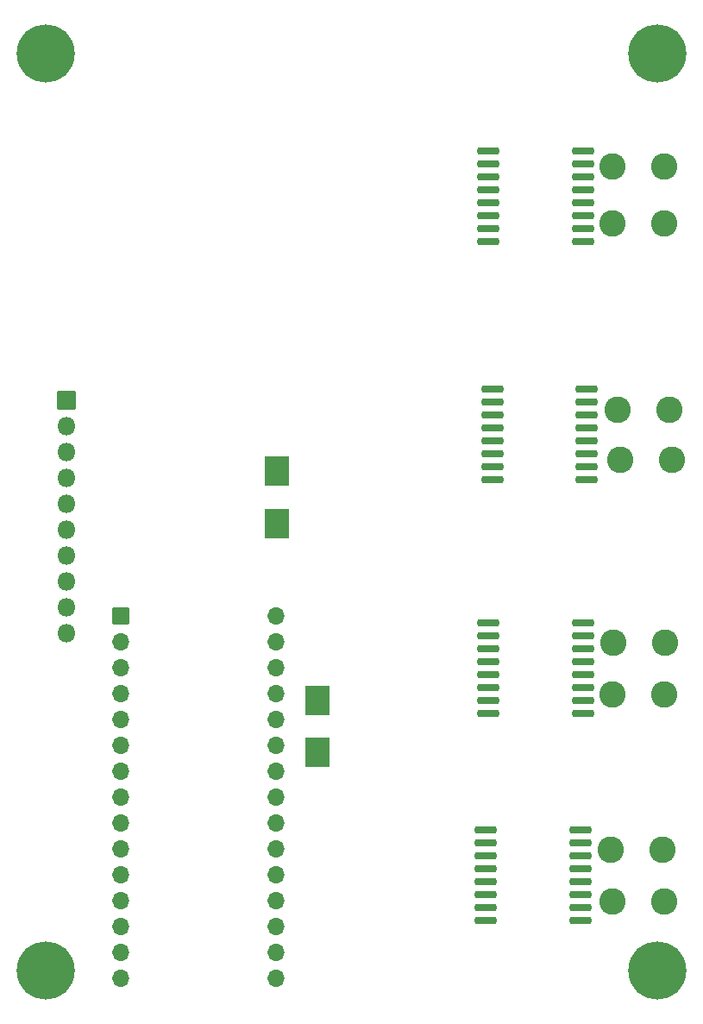
<source format=gbr>
%TF.GenerationSoftware,KiCad,Pcbnew,(6.0.4)*%
%TF.CreationDate,2023-07-24T13:06:08-04:00*%
%TF.ProjectId,BREAD_Slice,42524541-445f-4536-9c69-63652e6b6963,rev?*%
%TF.SameCoordinates,Original*%
%TF.FileFunction,Soldermask,Bot*%
%TF.FilePolarity,Negative*%
%FSLAX46Y46*%
G04 Gerber Fmt 4.6, Leading zero omitted, Abs format (unit mm)*
G04 Created by KiCad (PCBNEW (6.0.4)) date 2023-07-24 13:06:08*
%MOMM*%
%LPD*%
G01*
G04 APERTURE LIST*
G04 Aperture macros list*
%AMRoundRect*
0 Rectangle with rounded corners*
0 $1 Rounding radius*
0 $2 $3 $4 $5 $6 $7 $8 $9 X,Y pos of 4 corners*
0 Add a 4 corners polygon primitive as box body*
4,1,4,$2,$3,$4,$5,$6,$7,$8,$9,$2,$3,0*
0 Add four circle primitives for the rounded corners*
1,1,$1+$1,$2,$3*
1,1,$1+$1,$4,$5*
1,1,$1+$1,$6,$7*
1,1,$1+$1,$8,$9*
0 Add four rect primitives between the rounded corners*
20,1,$1+$1,$2,$3,$4,$5,0*
20,1,$1+$1,$4,$5,$6,$7,0*
20,1,$1+$1,$6,$7,$8,$9,0*
20,1,$1+$1,$8,$9,$2,$3,0*%
G04 Aperture macros list end*
%ADD10C,5.700000*%
%ADD11RoundRect,0.050000X-0.800000X-0.800000X0.800000X-0.800000X0.800000X0.800000X-0.800000X0.800000X0*%
%ADD12O,1.700000X1.700000*%
%ADD13RoundRect,0.050000X-0.850000X-0.850000X0.850000X-0.850000X0.850000X0.850000X-0.850000X0.850000X0*%
%ADD14O,1.800000X1.800000*%
%ADD15C,2.600000*%
%ADD16RoundRect,0.050000X-1.175000X1.385000X-1.175000X-1.385000X1.175000X-1.385000X1.175000X1.385000X0*%
%ADD17RoundRect,0.050000X1.175000X-1.385000X1.175000X1.385000X-1.175000X1.385000X-1.175000X-1.385000X0*%
%ADD18RoundRect,0.200000X0.875000X0.150000X-0.875000X0.150000X-0.875000X-0.150000X0.875000X-0.150000X0*%
G04 APERTURE END LIST*
D10*
%TO.C,H1*%
X127600000Y-44800000D03*
%TD*%
%TO.C,H2*%
X187600000Y-44800000D03*
%TD*%
%TO.C,H3*%
X127600000Y-134800000D03*
%TD*%
%TO.C,H4*%
X187600000Y-134800000D03*
%TD*%
D11*
%TO.C,A1*%
X135000000Y-100000000D03*
D12*
X135000000Y-102540000D03*
X135000000Y-105080000D03*
X135000000Y-107620000D03*
X135000000Y-110160000D03*
X135000000Y-112700000D03*
X135000000Y-115240000D03*
X135000000Y-117780000D03*
X135000000Y-120320000D03*
X135000000Y-122860000D03*
X135000000Y-125400000D03*
X135000000Y-127940000D03*
X135000000Y-130480000D03*
X135000000Y-133020000D03*
X135000000Y-135560000D03*
X150240000Y-135560000D03*
X150240000Y-133020000D03*
X150240000Y-130480000D03*
X150240000Y-127940000D03*
X150240000Y-125400000D03*
X150240000Y-122860000D03*
X150240000Y-120320000D03*
X150240000Y-117780000D03*
X150240000Y-115240000D03*
X150240000Y-112700000D03*
X150240000Y-110160000D03*
X150240000Y-107620000D03*
X150240000Y-105080000D03*
X150240000Y-102540000D03*
X150240000Y-100000000D03*
%TD*%
D13*
%TO.C,J1*%
X129600000Y-78800000D03*
D14*
X129600000Y-81340000D03*
X129600000Y-83880000D03*
X129600000Y-86420000D03*
X129600000Y-88960000D03*
X129600000Y-91500000D03*
X129600000Y-94040000D03*
X129600000Y-96580000D03*
X129600000Y-99120000D03*
X129600000Y-101660000D03*
%TD*%
D15*
%TO.C,J2*%
X188259000Y-127989000D03*
X183179000Y-127989000D03*
%TD*%
%TO.C,J3*%
X188132000Y-122909000D03*
X183052000Y-122909000D03*
%TD*%
%TO.C,J4*%
X189021000Y-84682000D03*
X183941000Y-84682000D03*
%TD*%
%TO.C,J5*%
X188767000Y-79729000D03*
X183687000Y-79729000D03*
%TD*%
%TO.C,J6*%
X188259000Y-107669000D03*
X183179000Y-107669000D03*
%TD*%
%TO.C,J7*%
X188386000Y-102589000D03*
X183306000Y-102589000D03*
%TD*%
%TO.C,J8*%
X188259000Y-61441000D03*
X183179000Y-61441000D03*
%TD*%
%TO.C,J9*%
X188259000Y-55853000D03*
X183179000Y-55853000D03*
%TD*%
D16*
%TO.C,C2*%
X154223000Y-108274000D03*
X154223000Y-113414000D03*
%TD*%
D17*
%TO.C,C1*%
X150286000Y-90935000D03*
X150286000Y-85795000D03*
%TD*%
D18*
%TO.C,U1*%
X180082000Y-121004000D03*
X180082000Y-122274000D03*
X180082000Y-123544000D03*
X180082000Y-124814000D03*
X180082000Y-126084000D03*
X180082000Y-127354000D03*
X180082000Y-128624000D03*
X180082000Y-129894000D03*
X170782000Y-129894000D03*
X170782000Y-128624000D03*
X170782000Y-127354000D03*
X170782000Y-126084000D03*
X170782000Y-124814000D03*
X170782000Y-123544000D03*
X170782000Y-122274000D03*
X170782000Y-121004000D03*
%TD*%
%TO.C,U2*%
X180717000Y-77697000D03*
X180717000Y-78967000D03*
X180717000Y-80237000D03*
X180717000Y-81507000D03*
X180717000Y-82777000D03*
X180717000Y-84047000D03*
X180717000Y-85317000D03*
X180717000Y-86587000D03*
X171417000Y-86587000D03*
X171417000Y-85317000D03*
X171417000Y-84047000D03*
X171417000Y-82777000D03*
X171417000Y-81507000D03*
X171417000Y-80237000D03*
X171417000Y-78967000D03*
X171417000Y-77697000D03*
%TD*%
%TO.C,U3*%
X180336000Y-100684000D03*
X180336000Y-101954000D03*
X180336000Y-103224000D03*
X180336000Y-104494000D03*
X180336000Y-105764000D03*
X180336000Y-107034000D03*
X180336000Y-108304000D03*
X180336000Y-109574000D03*
X171036000Y-109574000D03*
X171036000Y-108304000D03*
X171036000Y-107034000D03*
X171036000Y-105764000D03*
X171036000Y-104494000D03*
X171036000Y-103224000D03*
X171036000Y-101954000D03*
X171036000Y-100684000D03*
%TD*%
%TO.C,U4*%
X180336000Y-54329000D03*
X180336000Y-55599000D03*
X180336000Y-56869000D03*
X180336000Y-58139000D03*
X180336000Y-59409000D03*
X180336000Y-60679000D03*
X180336000Y-61949000D03*
X180336000Y-63219000D03*
X171036000Y-63219000D03*
X171036000Y-61949000D03*
X171036000Y-60679000D03*
X171036000Y-59409000D03*
X171036000Y-58139000D03*
X171036000Y-56869000D03*
X171036000Y-55599000D03*
X171036000Y-54329000D03*
%TD*%
M02*

</source>
